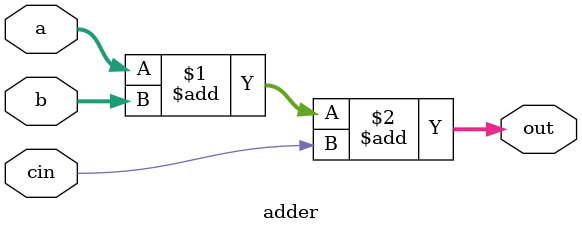
<source format=sv>
/*
 * Author: Harideep Nair
 *
 * Implements a simple multi-bit 2-input adder.
 *
 * Parameters : RES - bit width of inputs
 *
 * Inputs     : a          - first data input
 *              b          - second data input
 *              cin        - 1-bit carry input
 * Outputs    : out        - sum output
 */

module adder #(parameter RES='d4)
    (
     input logic [RES-1:0] a,
     input logic [RES-1:0] b,
     input logic cin,
     output logic [RES:0] out
    );

    assign out = a + b + cin;

endmodule

</source>
